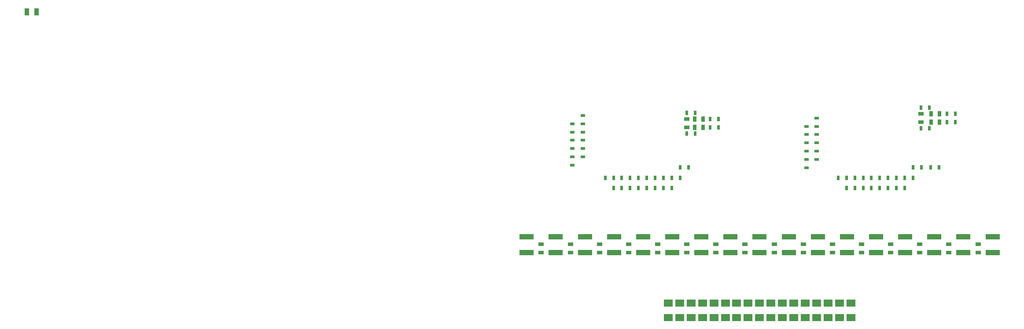
<source format=gbp>
G04*
G04 #@! TF.GenerationSoftware,Altium Limited,Altium Designer,24.1.2 (44)*
G04*
G04 Layer_Color=128*
%FSLAX25Y25*%
%MOIN*%
G70*
G04*
G04 #@! TF.SameCoordinates,B5AD6C99-44BA-4BCA-A26F-11CA4035DA65*
G04*
G04*
G04 #@! TF.FilePolarity,Positive*
G04*
G01*
G75*
%ADD29R,0.03543X0.05709*%
%ADD30R,0.10630X0.04331*%
%ADD31R,0.03937X0.03150*%
%ADD32R,0.03150X0.03937*%
%ADD40R,0.07087X0.05197*%
%ADD44R,0.03701X0.02126*%
%ADD45R,0.02126X0.03701*%
D29*
X246260Y320866D02*
D03*
X253740D02*
D03*
D30*
X801181Y150000D02*
D03*
Y138189D02*
D03*
X823228Y150000D02*
D03*
Y138189D02*
D03*
X845276Y150000D02*
D03*
Y138189D02*
D03*
X867323Y150000D02*
D03*
Y138189D02*
D03*
X889370Y150000D02*
D03*
Y138189D02*
D03*
X911417Y150000D02*
D03*
Y138189D02*
D03*
X933465Y150000D02*
D03*
Y138189D02*
D03*
X955512Y150000D02*
D03*
Y138189D02*
D03*
X977559Y150000D02*
D03*
Y138189D02*
D03*
X624803Y150000D02*
D03*
Y138189D02*
D03*
X646850Y150000D02*
D03*
Y138189D02*
D03*
X668898Y150000D02*
D03*
Y138189D02*
D03*
X690945Y150000D02*
D03*
Y138189D02*
D03*
X712992Y150000D02*
D03*
Y138189D02*
D03*
X735039Y150000D02*
D03*
Y138189D02*
D03*
X757087Y150000D02*
D03*
Y138189D02*
D03*
X779134Y150000D02*
D03*
Y138189D02*
D03*
D31*
X746063Y233071D02*
D03*
Y239370D02*
D03*
X923228Y237008D02*
D03*
Y243307D02*
D03*
X812205Y144488D02*
D03*
Y138189D02*
D03*
X834252Y144488D02*
D03*
Y138189D02*
D03*
X856299Y144488D02*
D03*
Y138189D02*
D03*
X878347Y144488D02*
D03*
Y138189D02*
D03*
X900394Y144488D02*
D03*
Y138189D02*
D03*
X922441Y144488D02*
D03*
Y138189D02*
D03*
X944488Y144488D02*
D03*
Y138189D02*
D03*
X966535Y144488D02*
D03*
Y138189D02*
D03*
X635827Y144488D02*
D03*
Y138189D02*
D03*
X657874Y144488D02*
D03*
Y138189D02*
D03*
X679921Y144488D02*
D03*
Y138189D02*
D03*
X701968Y144488D02*
D03*
Y138189D02*
D03*
X724016Y144488D02*
D03*
Y138189D02*
D03*
X746063Y144488D02*
D03*
Y138189D02*
D03*
X768110Y144488D02*
D03*
Y138189D02*
D03*
X790158Y144488D02*
D03*
Y138189D02*
D03*
D32*
X751968Y233071D02*
D03*
X758268D02*
D03*
X751968Y239370D02*
D03*
X758268D02*
D03*
X931102Y243307D02*
D03*
X937402D02*
D03*
X931102Y237008D02*
D03*
X937402D02*
D03*
D40*
X731890Y99587D02*
D03*
Y88602D02*
D03*
X740551Y99587D02*
D03*
Y88602D02*
D03*
X749213Y99587D02*
D03*
Y88602D02*
D03*
X757874Y99587D02*
D03*
Y88602D02*
D03*
X766535Y99587D02*
D03*
Y88602D02*
D03*
X775197Y99587D02*
D03*
Y88602D02*
D03*
X783858Y99587D02*
D03*
Y88602D02*
D03*
X792520Y99587D02*
D03*
Y88602D02*
D03*
X801181Y99587D02*
D03*
Y88602D02*
D03*
X809842Y99587D02*
D03*
Y88602D02*
D03*
X818504Y99587D02*
D03*
Y88602D02*
D03*
X827165Y99587D02*
D03*
Y88602D02*
D03*
X835827Y99587D02*
D03*
Y88602D02*
D03*
X844488Y99587D02*
D03*
Y88602D02*
D03*
X853150Y99587D02*
D03*
Y88602D02*
D03*
X861811Y99587D02*
D03*
Y88602D02*
D03*
X870472Y99587D02*
D03*
Y88602D02*
D03*
D44*
X844488Y233858D02*
D03*
Y240158D02*
D03*
X836614Y227559D02*
D03*
Y233858D02*
D03*
X844488Y221260D02*
D03*
Y227559D02*
D03*
X836614Y214961D02*
D03*
Y221260D02*
D03*
X844488Y208661D02*
D03*
Y214961D02*
D03*
X836614Y202362D02*
D03*
Y208661D02*
D03*
X667323Y235827D02*
D03*
Y242126D02*
D03*
X659449Y229528D02*
D03*
Y235827D02*
D03*
X667323Y223228D02*
D03*
Y229528D02*
D03*
X659449Y216929D02*
D03*
Y223228D02*
D03*
X667323Y210630D02*
D03*
Y216929D02*
D03*
X659449Y204331D02*
D03*
Y210630D02*
D03*
D45*
X752362Y228346D02*
D03*
X746063D02*
D03*
X752362Y244094D02*
D03*
X746063D02*
D03*
X770079Y233071D02*
D03*
X763779D02*
D03*
X770079Y239370D02*
D03*
X763779D02*
D03*
X949213Y243307D02*
D03*
X942913D02*
D03*
X949213Y237008D02*
D03*
X942913D02*
D03*
X929528Y232283D02*
D03*
X923228D02*
D03*
X929528Y248031D02*
D03*
X923228D02*
D03*
X866929Y194882D02*
D03*
X860630D02*
D03*
X873228Y187008D02*
D03*
X866929D02*
D03*
X879528Y194882D02*
D03*
X873228D02*
D03*
X885827Y187008D02*
D03*
X879527D02*
D03*
X892126Y194882D02*
D03*
X885827D02*
D03*
X898425Y187008D02*
D03*
X892126D02*
D03*
X904724Y194882D02*
D03*
X898425D02*
D03*
X911024Y187008D02*
D03*
X904724D02*
D03*
X917323Y194882D02*
D03*
X911024D02*
D03*
X923622Y202756D02*
D03*
X917323D02*
D03*
X937008D02*
D03*
X930709D02*
D03*
X690551Y194882D02*
D03*
X684252D02*
D03*
X696850Y187008D02*
D03*
X690551D02*
D03*
X703150Y194882D02*
D03*
X696850D02*
D03*
X709449Y187008D02*
D03*
X703150D02*
D03*
X715748Y194882D02*
D03*
X709449D02*
D03*
X722047Y187008D02*
D03*
X715748D02*
D03*
X728346Y194882D02*
D03*
X722047D02*
D03*
X734646Y187008D02*
D03*
X728346D02*
D03*
X740945Y194882D02*
D03*
X734646D02*
D03*
X747244Y202756D02*
D03*
X740945D02*
D03*
M02*

</source>
